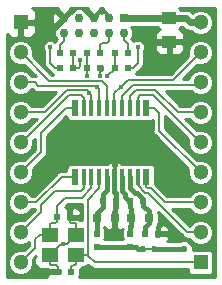
<source format=gtl>
G04 #@! TF.GenerationSoftware,KiCad,Pcbnew,5.0.1-33cea8e~68~ubuntu18.04.1*
G04 #@! TF.CreationDate,2018-11-10T11:16:57+01:00*
G04 #@! TF.ProjectId,LPC82X_JDH20,4C50433832585F4A444832302E6B6963,rev?*
G04 #@! TF.SameCoordinates,Original*
G04 #@! TF.FileFunction,Copper,L1,Top,Signal*
G04 #@! TF.FilePolarity,Positive*
%FSLAX46Y46*%
G04 Gerber Fmt 4.6, Leading zero omitted, Abs format (unit mm)*
G04 Created by KiCad (PCBNEW 5.0.1-33cea8e~68~ubuntu18.04.1) date za 10 nov 2018 11:16:57 CET*
%MOMM*%
%LPD*%
G01*
G04 APERTURE LIST*
G04 #@! TA.AperFunction,EtchedComponent*
%ADD10C,0.200000*%
G04 #@! TD*
G04 #@! TA.AperFunction,SMDPad,CuDef*
%ADD11R,1.250000X1.000000*%
G04 #@! TD*
G04 #@! TA.AperFunction,SMDPad,CuDef*
%ADD12R,0.600000X0.500000*%
G04 #@! TD*
G04 #@! TA.AperFunction,SMDPad,CuDef*
%ADD13R,0.800000X0.750000*%
G04 #@! TD*
G04 #@! TA.AperFunction,SMDPad,CuDef*
%ADD14R,0.500000X0.600000*%
G04 #@! TD*
G04 #@! TA.AperFunction,ComponentPad*
%ADD15R,1.300000X1.300000*%
G04 #@! TD*
G04 #@! TA.AperFunction,ComponentPad*
%ADD16C,1.300000*%
G04 #@! TD*
G04 #@! TA.AperFunction,ComponentPad*
%ADD17R,0.750000X0.750000*%
G04 #@! TD*
G04 #@! TA.AperFunction,ComponentPad*
%ADD18C,0.750000*%
G04 #@! TD*
G04 #@! TA.AperFunction,SMDPad,CuDef*
%ADD19R,0.600000X0.600000*%
G04 #@! TD*
G04 #@! TA.AperFunction,SMDPad,CuDef*
%ADD20R,0.400000X0.600000*%
G04 #@! TD*
G04 #@! TA.AperFunction,SMDPad,CuDef*
%ADD21R,1.400000X1.200000*%
G04 #@! TD*
G04 #@! TA.AperFunction,SMDPad,CuDef*
%ADD22R,0.400000X1.350000*%
G04 #@! TD*
G04 #@! TA.AperFunction,SMDPad,CuDef*
%ADD23R,0.600000X1.350000*%
G04 #@! TD*
G04 #@! TA.AperFunction,ViaPad*
%ADD24C,0.550000*%
G04 #@! TD*
G04 #@! TA.AperFunction,ViaPad*
%ADD25C,0.381000*%
G04 #@! TD*
G04 #@! TA.AperFunction,Conductor*
%ADD26C,0.600000*%
G04 #@! TD*
G04 #@! TA.AperFunction,Conductor*
%ADD27C,0.200000*%
G04 #@! TD*
G04 #@! TA.AperFunction,Conductor*
%ADD28C,0.400000*%
G04 #@! TD*
G04 #@! TA.AperFunction,Conductor*
%ADD29C,0.254000*%
G04 #@! TD*
G04 APERTURE END LIST*
D10*
G04 #@! TO.C,SJ1*
X138150000Y-110600000D02*
X137550000Y-110600000D01*
G04 #@! TD*
D11*
G04 #@! TO.P,C1,1*
G04 #@! TO.N,VSS*
X139600000Y-93100000D03*
G04 #@! TO.P,C1,2*
G04 #@! TO.N,VDD*
X139600000Y-91100000D03*
G04 #@! TD*
D12*
G04 #@! TO.P,C2,2*
G04 #@! TO.N,VSS*
X131150000Y-107950000D03*
G04 #@! TO.P,C2,1*
G04 #@! TO.N,/PIO0_9*
X130050000Y-107950000D03*
G04 #@! TD*
D13*
G04 #@! TO.P,C3,1*
G04 #@! TO.N,Net-(C3-Pad1)*
X133450000Y-108000000D03*
G04 #@! TO.P,C3,2*
G04 #@! TO.N,VSS*
X134950000Y-108000000D03*
G04 #@! TD*
G04 #@! TO.P,C4,2*
G04 #@! TO.N,Net-(C4-Pad2)*
X137850000Y-108000000D03*
G04 #@! TO.P,C4,1*
G04 #@! TO.N,Net-(C4-Pad1)*
X136350000Y-108000000D03*
G04 #@! TD*
D12*
G04 #@! TO.P,C5,1*
G04 #@! TO.N,/PIO0_8*
X131250000Y-112550000D03*
G04 #@! TO.P,C5,2*
G04 #@! TO.N,VSS*
X130150000Y-112550000D03*
G04 #@! TD*
G04 #@! TO.P,C6,2*
G04 #@! TO.N,VSS*
X135050000Y-106600000D03*
G04 #@! TO.P,C6,1*
G04 #@! TO.N,Net-(C3-Pad1)*
X133950000Y-106600000D03*
G04 #@! TD*
G04 #@! TO.P,C7,1*
G04 #@! TO.N,Net-(C4-Pad1)*
X136250000Y-106600000D03*
G04 #@! TO.P,C7,2*
G04 #@! TO.N,Net-(C4-Pad2)*
X137350000Y-106600000D03*
G04 #@! TD*
D14*
G04 #@! TO.P,FB1,1*
G04 #@! TO.N,Net-(C3-Pad1)*
X133450000Y-109350000D03*
G04 #@! TO.P,FB1,2*
G04 #@! TO.N,Net-(FB1-Pad2)*
X133450000Y-110450000D03*
G04 #@! TD*
G04 #@! TO.P,FB2,2*
G04 #@! TO.N,Net-(FB1-Pad2)*
X136300000Y-110450000D03*
G04 #@! TO.P,FB2,1*
G04 #@! TO.N,Net-(C4-Pad1)*
X136300000Y-109350000D03*
G04 #@! TD*
D12*
G04 #@! TO.P,FB3,1*
G04 #@! TO.N,Net-(C4-Pad2)*
X137500000Y-109350000D03*
G04 #@! TO.P,FB3,2*
G04 #@! TO.N,VSS*
X138600000Y-109350000D03*
G04 #@! TD*
D15*
G04 #@! TO.P,J1,1*
G04 #@! TO.N,VSS*
X127000000Y-91440000D03*
D16*
G04 #@! TO.P,J1,2*
G04 #@! TO.N,/PIO0_4*
X127000000Y-93980000D03*
G04 #@! TO.P,J1,3*
G04 #@! TO.N,/PIO0_3*
X127000000Y-96520000D03*
G04 #@! TO.P,J1,4*
G04 #@! TO.N,/PIO0_2*
X127000000Y-99060000D03*
G04 #@! TO.P,J1,5*
G04 #@! TO.N,/PIO0_11*
X127000000Y-101600000D03*
G04 #@! TO.P,J1,6*
G04 #@! TO.N,/PIO0_10*
X127000000Y-104140000D03*
G04 #@! TO.P,J1,7*
G04 #@! TO.N,/PIO0_15*
X127000000Y-106680000D03*
G04 #@! TO.P,J1,8*
G04 #@! TO.N,/PIO0_1*
X127000000Y-109220000D03*
G04 #@! TO.P,J1,9*
G04 #@! TO.N,/PIO0_9*
X127000000Y-111760000D03*
G04 #@! TD*
D17*
G04 #@! TO.P,J2,1*
G04 #@! TO.N,VDD*
X135740000Y-91065000D03*
D18*
G04 #@! TO.P,J2,2*
G04 #@! TO.N,Net-(J2-Pad2)*
X135740000Y-92335000D03*
G04 #@! TO.P,J2,3*
G04 #@! TO.N,VSS*
X134470000Y-91065000D03*
G04 #@! TO.P,J2,4*
G04 #@! TO.N,Net-(J2-Pad4)*
X134470000Y-92335000D03*
G04 #@! TO.P,J2,5*
G04 #@! TO.N,VSS*
X133200000Y-91065000D03*
G04 #@! TO.P,J2,6*
G04 #@! TO.N,N/C*
X133200000Y-92335000D03*
G04 #@! TO.P,J2,7*
X131930000Y-91065000D03*
G04 #@! TO.P,J2,8*
X131930000Y-92335000D03*
G04 #@! TO.P,J2,9*
G04 #@! TO.N,VSS*
X130660000Y-91065000D03*
G04 #@! TO.P,J2,10*
G04 #@! TO.N,Net-(J2-Pad10)*
X130660000Y-92335000D03*
G04 #@! TD*
D16*
G04 #@! TO.P,J3,9*
G04 #@! TO.N,VDD*
X142240000Y-91440000D03*
G04 #@! TO.P,J3,8*
G04 #@! TO.N,/RESET*
X142240000Y-93980000D03*
G04 #@! TO.P,J3,7*
G04 #@! TO.N,/PIO0_12*
X142240000Y-96520000D03*
G04 #@! TO.P,J3,6*
G04 #@! TO.N,/PIO0_13*
X142240000Y-99060000D03*
G04 #@! TO.P,J3,5*
G04 #@! TO.N,/PIO0_17*
X142240000Y-101600000D03*
G04 #@! TO.P,J3,4*
G04 #@! TO.N,/PIO0_23*
X142240000Y-104140000D03*
G04 #@! TO.P,J3,3*
G04 #@! TO.N,/PIO0_14*
X142240000Y-106680000D03*
G04 #@! TO.P,J3,2*
G04 #@! TO.N,/PIO0_0*
X142240000Y-109220000D03*
D15*
G04 #@! TO.P,J3,1*
G04 #@! TO.N,/PIO0_8*
X142240000Y-111760000D03*
G04 #@! TD*
D19*
G04 #@! TO.P,R1,2*
G04 #@! TO.N,/RESET*
X131450000Y-95300000D03*
G04 #@! TO.P,R1,1*
G04 #@! TO.N,VDD*
X130350000Y-95300000D03*
G04 #@! TD*
G04 #@! TO.P,R2,1*
G04 #@! TO.N,VDD*
X136050000Y-95300000D03*
G04 #@! TO.P,R2,2*
G04 #@! TO.N,/PIO0_2*
X134950000Y-95300000D03*
G04 #@! TD*
G04 #@! TO.P,R3,2*
G04 #@! TO.N,/PIO0_3*
X132650000Y-95300000D03*
G04 #@! TO.P,R3,1*
G04 #@! TO.N,VSS*
X133750000Y-95300000D03*
G04 #@! TD*
G04 #@! TO.P,R4,2*
G04 #@! TO.N,/PIO0_2*
X134950000Y-94000000D03*
G04 #@! TO.P,R4,1*
G04 #@! TO.N,Net-(J2-Pad2)*
X136050000Y-94000000D03*
G04 #@! TD*
G04 #@! TO.P,R5,1*
G04 #@! TO.N,Net-(J2-Pad4)*
X133750000Y-94000000D03*
G04 #@! TO.P,R5,2*
G04 #@! TO.N,/PIO0_3*
X132650000Y-94000000D03*
G04 #@! TD*
G04 #@! TO.P,R6,1*
G04 #@! TO.N,Net-(J2-Pad10)*
X130350000Y-94000000D03*
G04 #@! TO.P,R6,2*
G04 #@! TO.N,/RESET*
X131450000Y-94000000D03*
G04 #@! TD*
D20*
G04 #@! TO.P,SJ1,1*
G04 #@! TO.N,VDD*
X138300000Y-110600000D03*
G04 #@! TO.P,SJ1,2*
G04 #@! TO.N,Net-(FB1-Pad2)*
X137400000Y-110600000D03*
G04 #@! TD*
D21*
G04 #@! TO.P,Y1,1*
G04 #@! TO.N,/PIO0_9*
X129500000Y-109400000D03*
G04 #@! TO.P,Y1,2*
G04 #@! TO.N,VSS*
X131700000Y-109400000D03*
G04 #@! TO.P,Y1,3*
G04 #@! TO.N,/PIO0_8*
X131700000Y-111100000D03*
G04 #@! TO.P,Y1,4*
G04 #@! TO.N,VSS*
X129500000Y-111100000D03*
G04 #@! TD*
D22*
G04 #@! TO.P,U1,15*
G04 #@! TO.N,Net-(C3-Pad1)*
X134295000Y-104525000D03*
G04 #@! TO.P,U1,16*
G04 #@! TO.N,VSS*
X134945000Y-104525000D03*
G04 #@! TO.P,U1,17*
G04 #@! TO.N,Net-(C4-Pad1)*
X135595000Y-104525000D03*
G04 #@! TO.P,U1,18*
G04 #@! TO.N,Net-(C4-Pad2)*
X136245000Y-104525000D03*
G04 #@! TO.P,U1,19*
G04 #@! TO.N,/PIO0_0*
X136895000Y-104525000D03*
D23*
G04 #@! TO.P,U1,20*
G04 #@! TO.N,/PIO0_14*
X137645000Y-104525000D03*
D22*
G04 #@! TO.P,U1,14*
G04 #@! TO.N,/PIO0_8*
X133645000Y-104525000D03*
G04 #@! TO.P,U1,13*
G04 #@! TO.N,/PIO0_9*
X132995000Y-104525000D03*
G04 #@! TO.P,U1,12*
G04 #@! TO.N,/PIO0_1*
X132345000Y-104525000D03*
D23*
G04 #@! TO.P,U1,11*
G04 #@! TO.N,/PIO0_15*
X131595000Y-104525000D03*
D22*
G04 #@! TO.P,U1,5*
G04 #@! TO.N,/RESET*
X134945000Y-98675000D03*
G04 #@! TO.P,U1,4*
G04 #@! TO.N,/PIO0_12*
X135595000Y-98675000D03*
G04 #@! TO.P,U1,3*
G04 #@! TO.N,/PIO0_13*
X136245000Y-98675000D03*
G04 #@! TO.P,U1,2*
G04 #@! TO.N,/PIO0_17*
X136895000Y-98675000D03*
D23*
G04 #@! TO.P,U1,1*
G04 #@! TO.N,/PIO0_23*
X137645000Y-98675000D03*
D22*
G04 #@! TO.P,U1,6*
G04 #@! TO.N,/PIO0_4*
X134295000Y-98675000D03*
G04 #@! TO.P,U1,7*
G04 #@! TO.N,/PIO0_3*
X133645000Y-98675000D03*
G04 #@! TO.P,U1,8*
G04 #@! TO.N,/PIO0_2*
X132995000Y-98675000D03*
G04 #@! TO.P,U1,9*
G04 #@! TO.N,/PIO0_11*
X132345000Y-98675000D03*
D23*
G04 #@! TO.P,U1,10*
G04 #@! TO.N,/PIO0_10*
X131595000Y-98675000D03*
G04 #@! TD*
D24*
G04 #@! TO.N,VSS*
X138500000Y-93100000D03*
D25*
X133750000Y-95950000D03*
X130600000Y-110200000D03*
D24*
X134950000Y-108750000D03*
X138800000Y-108600000D03*
G04 #@! TO.N,VDD*
X140850000Y-110600000D03*
X137900000Y-91100000D03*
D25*
X129500000Y-93550000D03*
X136900000Y-93550000D03*
G04 #@! TO.N,/PIO0_3*
X132650000Y-95950000D03*
X133500000Y-96900000D03*
G04 #@! TO.N,/PIO0_2*
X134350000Y-95950000D03*
X132800000Y-97400000D03*
G04 #@! TO.N,/RESET*
X132050000Y-94650000D03*
X135500000Y-96900000D03*
G04 #@! TD*
D26*
G04 #@! TO.N,VSS*
X139600000Y-93100000D02*
X138500000Y-93100000D01*
D27*
X133750000Y-95300000D02*
X133750000Y-95950000D01*
X131150000Y-107950000D02*
X131150000Y-108300000D01*
X131150000Y-108300000D02*
X131300000Y-108450000D01*
X131300000Y-108450000D02*
X131600000Y-108450000D01*
X131700000Y-108550000D02*
X131700000Y-109400000D01*
X131600000Y-108450000D02*
X131700000Y-108550000D01*
X130900000Y-110200000D02*
X131700000Y-109400000D01*
X130600000Y-110200000D02*
X130900000Y-110200000D01*
X130400000Y-110200000D02*
X129500000Y-111100000D01*
X130600000Y-110200000D02*
X130400000Y-110200000D01*
X130150000Y-112550000D02*
X130150000Y-112150000D01*
X130150000Y-112150000D02*
X130000000Y-112000000D01*
X130000000Y-112000000D02*
X129600000Y-112000000D01*
X129500000Y-111900000D02*
X129500000Y-111100000D01*
X129600000Y-112000000D02*
X129500000Y-111900000D01*
D28*
X134945000Y-104525000D02*
X134945000Y-105795000D01*
X135050000Y-105900000D02*
X135050000Y-106600000D01*
X134945000Y-105795000D02*
X135050000Y-105900000D01*
X135050000Y-106600000D02*
X135050000Y-107050000D01*
X134950000Y-107150000D02*
X134950000Y-108000000D01*
X135050000Y-107050000D02*
X134950000Y-107150000D01*
X134950000Y-108000000D02*
X134950000Y-108750000D01*
X138600000Y-109350000D02*
X138600000Y-108800000D01*
X138600000Y-108800000D02*
X138800000Y-108600000D01*
D26*
G04 #@! TO.N,VDD*
X142240000Y-91440000D02*
X141340000Y-91440000D01*
X141000000Y-91100000D02*
X139600000Y-91100000D01*
X141340000Y-91440000D02*
X141000000Y-91100000D01*
X135740000Y-91065000D02*
X136365000Y-91065000D01*
X136365000Y-91065000D02*
X136400000Y-91100000D01*
D28*
X138300000Y-110600000D02*
X139600000Y-110600000D01*
X139600000Y-110600000D02*
X140850000Y-110600000D01*
D26*
X136400000Y-91100000D02*
X137900000Y-91100000D01*
X137900000Y-91100000D02*
X139600000Y-91100000D01*
D27*
X130350000Y-95300000D02*
X129900000Y-95300000D01*
X129900000Y-95300000D02*
X129500000Y-94900000D01*
X129500000Y-94900000D02*
X129500000Y-93550000D01*
X136050000Y-95300000D02*
X136500000Y-95300000D01*
X136500000Y-95300000D02*
X136900000Y-94900000D01*
X136900000Y-94900000D02*
X136900000Y-93550000D01*
G04 #@! TO.N,/PIO0_9*
X129600000Y-108450000D02*
X129500000Y-108550000D01*
X129900000Y-108450000D02*
X129600000Y-108450000D01*
X129500000Y-108550000D02*
X129500000Y-109400000D01*
X130050000Y-107950000D02*
X130050000Y-108300000D01*
X130050000Y-108300000D02*
X129900000Y-108450000D01*
X130050000Y-107000000D02*
X130050000Y-107950000D01*
X130750000Y-106300000D02*
X130050000Y-107000000D01*
X132200000Y-106300000D02*
X130750000Y-106300000D01*
X132995000Y-104525000D02*
X132995000Y-105505000D01*
X132995000Y-105505000D02*
X132200000Y-106300000D01*
X129500000Y-109400000D02*
X128600000Y-109400000D01*
X128600000Y-109400000D02*
X128200000Y-109800000D01*
X128200000Y-110560000D02*
X127000000Y-111760000D01*
X128200000Y-109800000D02*
X128200000Y-110560000D01*
D28*
G04 #@! TO.N,Net-(C3-Pad1)*
X134295000Y-104525000D02*
X134295000Y-105645000D01*
X133950000Y-105990000D02*
X133950000Y-106600000D01*
X134295000Y-105645000D02*
X133950000Y-105990000D01*
X133950000Y-106600000D02*
X133950000Y-107050000D01*
X133450000Y-107550000D02*
X133450000Y-108000000D01*
X133950000Y-107050000D02*
X133450000Y-107550000D01*
X133450000Y-109350000D02*
X133450000Y-108000000D01*
G04 #@! TO.N,Net-(C4-Pad2)*
X136245000Y-104525000D02*
X136245000Y-105495000D01*
X136245000Y-105495000D02*
X136650000Y-105900000D01*
X136650000Y-105900000D02*
X136850000Y-105900000D01*
X137350000Y-106400000D02*
X137350000Y-106600000D01*
X136850000Y-105900000D02*
X137350000Y-106400000D01*
X137350000Y-106600000D02*
X137350000Y-106950000D01*
X137850000Y-107450000D02*
X137850000Y-108000000D01*
X137350000Y-106950000D02*
X137850000Y-107450000D01*
X137850000Y-108000000D02*
X137850000Y-108450000D01*
X137500000Y-108800000D02*
X137500000Y-109350000D01*
X137850000Y-108450000D02*
X137500000Y-108800000D01*
G04 #@! TO.N,Net-(C4-Pad1)*
X135595000Y-104525000D02*
X135595000Y-105695000D01*
X135595000Y-105695000D02*
X135850000Y-105950000D01*
X135850000Y-106200000D02*
X136250000Y-106600000D01*
X135850000Y-105950000D02*
X135850000Y-106200000D01*
X136250000Y-106600000D02*
X136250000Y-107100000D01*
X136350000Y-107200000D02*
X136350000Y-108000000D01*
X136250000Y-107100000D02*
X136350000Y-107200000D01*
X136350000Y-108000000D02*
X136350000Y-108650000D01*
X136300000Y-108700000D02*
X136300000Y-109350000D01*
X136350000Y-108650000D02*
X136300000Y-108700000D01*
D27*
G04 #@! TO.N,/PIO0_8*
X133645000Y-104525000D02*
X133645000Y-105505000D01*
X133645000Y-105505000D02*
X132700000Y-106450000D01*
X132650000Y-111100000D02*
X132700000Y-111150000D01*
X131700000Y-111100000D02*
X132650000Y-111100000D01*
X132700000Y-106450000D02*
X132700000Y-111150000D01*
X131250000Y-112550000D02*
X131250000Y-112150000D01*
X131250000Y-112150000D02*
X131400000Y-112000000D01*
X131400000Y-112000000D02*
X131600000Y-112000000D01*
X131700000Y-111900000D02*
X131700000Y-111100000D01*
X131600000Y-112000000D02*
X131700000Y-111900000D01*
X132700000Y-111200000D02*
X132700000Y-111150000D01*
X142240000Y-111760000D02*
X133260000Y-111760000D01*
X133260000Y-111760000D02*
X132700000Y-111200000D01*
D28*
G04 #@! TO.N,Net-(FB1-Pad2)*
X133450000Y-110450000D02*
X136300000Y-110450000D01*
X136300000Y-110450000D02*
X136750000Y-110450000D01*
X136900000Y-110600000D02*
X137400000Y-110600000D01*
X136750000Y-110450000D02*
X136900000Y-110600000D01*
D27*
G04 #@! TO.N,/PIO0_4*
X134295000Y-98675000D02*
X134295000Y-96795000D01*
X134295000Y-96795000D02*
X133900000Y-96400000D01*
X129420000Y-96400000D02*
X127000000Y-93980000D01*
X133900000Y-96400000D02*
X129420000Y-96400000D01*
G04 #@! TO.N,/PIO0_3*
X132650000Y-94000000D02*
X132650000Y-95300000D01*
X132650000Y-95300000D02*
X132650000Y-95950000D01*
X128500000Y-96800000D02*
X128220000Y-96520000D01*
X133400000Y-96800000D02*
X128500000Y-96800000D01*
X133500000Y-96900000D02*
X133400000Y-96800000D01*
X128220000Y-96520000D02*
X127000000Y-96520000D01*
X133645000Y-97045000D02*
X133645000Y-98675000D01*
X133500000Y-96900000D02*
X133645000Y-97045000D01*
G04 #@! TO.N,/PIO0_2*
X134950000Y-94000000D02*
X134950000Y-95300000D01*
X132995000Y-98675000D02*
X132995000Y-97595000D01*
X132600000Y-97200000D02*
X130900000Y-97200000D01*
X129040000Y-99060000D02*
X127000000Y-99060000D01*
X130900000Y-97200000D02*
X129040000Y-99060000D01*
X134950000Y-95300000D02*
X134950000Y-95350000D01*
X134950000Y-95350000D02*
X134350000Y-95950000D01*
X132995000Y-97595000D02*
X132800000Y-97400000D01*
X132800000Y-97400000D02*
X132600000Y-97200000D01*
G04 #@! TO.N,/PIO0_11*
X132345000Y-98675000D02*
X132345000Y-97845000D01*
X132345000Y-97845000D02*
X132100000Y-97600000D01*
X132100000Y-97600000D02*
X131100000Y-97600000D01*
X127100000Y-101600000D02*
X127000000Y-101600000D01*
X131100000Y-97600000D02*
X127100000Y-101600000D01*
G04 #@! TO.N,/PIO0_10*
X131595000Y-98675000D02*
X130825000Y-98675000D01*
X130825000Y-98675000D02*
X128700000Y-100800000D01*
X128700000Y-102440000D02*
X127000000Y-104140000D01*
X128700000Y-100800000D02*
X128700000Y-102440000D01*
G04 #@! TO.N,/PIO0_15*
X128320000Y-106680000D02*
X127000000Y-106680000D01*
X130475000Y-104525000D02*
X128320000Y-106680000D01*
X130475000Y-104525000D02*
X131595000Y-104525000D01*
G04 #@! TO.N,/PIO0_1*
X132345000Y-104525000D02*
X132345000Y-105455000D01*
X132345000Y-105455000D02*
X132100000Y-105700000D01*
X132100000Y-105700000D02*
X129900000Y-105700000D01*
X129900000Y-105700000D02*
X128700000Y-106900000D01*
X128700000Y-107520000D02*
X127000000Y-109220000D01*
X128700000Y-106900000D02*
X128700000Y-107520000D01*
G04 #@! TO.N,Net-(J2-Pad2)*
X135740000Y-92335000D02*
X135740000Y-92940000D01*
X136050000Y-93250000D02*
X136050000Y-94000000D01*
X135740000Y-92940000D02*
X136050000Y-93250000D01*
G04 #@! TO.N,Net-(J2-Pad4)*
X134470000Y-92335000D02*
X134470000Y-93030000D01*
X134470000Y-93030000D02*
X134300000Y-93200000D01*
X134300000Y-93200000D02*
X133900000Y-93200000D01*
X133750000Y-93350000D02*
X133750000Y-94000000D01*
X133900000Y-93200000D02*
X133750000Y-93350000D01*
G04 #@! TO.N,Net-(J2-Pad10)*
X130660000Y-92335000D02*
X130660000Y-93040000D01*
X130350000Y-93350000D02*
X130350000Y-94000000D01*
X130660000Y-93040000D02*
X130350000Y-93350000D01*
G04 #@! TO.N,/RESET*
X131450000Y-94000000D02*
X131450000Y-95300000D01*
X134945000Y-98675000D02*
X134945000Y-97455000D01*
X139920000Y-96300000D02*
X142240000Y-93980000D01*
X136100000Y-96300000D02*
X139920000Y-96300000D01*
X131450000Y-95300000D02*
X131900000Y-95300000D01*
X131900000Y-95300000D02*
X132050000Y-95150000D01*
X132050000Y-95150000D02*
X132050000Y-94650000D01*
X134945000Y-97455000D02*
X135500000Y-96900000D01*
X135500000Y-96900000D02*
X136100000Y-96300000D01*
G04 #@! TO.N,/PIO0_12*
X135595000Y-98675000D02*
X135595000Y-97705000D01*
X135595000Y-97705000D02*
X136550000Y-96750000D01*
X142010000Y-96750000D02*
X142240000Y-96520000D01*
X136550000Y-96750000D02*
X142010000Y-96750000D01*
G04 #@! TO.N,/PIO0_13*
X136245000Y-98675000D02*
X136245000Y-97655000D01*
X136245000Y-97655000D02*
X136750000Y-97150000D01*
X136750000Y-97150000D02*
X138400000Y-97150000D01*
X140310000Y-99060000D02*
X142240000Y-99060000D01*
X138400000Y-97150000D02*
X140310000Y-99060000D01*
G04 #@! TO.N,/PIO0_17*
X142200000Y-101600000D02*
X142240000Y-101600000D01*
X138200000Y-97600000D02*
X142200000Y-101600000D01*
X136895000Y-98675000D02*
X136895000Y-97805000D01*
X137100000Y-97600000D02*
X138200000Y-97600000D01*
X136895000Y-97805000D02*
X137100000Y-97600000D01*
G04 #@! TO.N,/PIO0_23*
X138700000Y-100600000D02*
X142240000Y-104140000D01*
X138700000Y-99100000D02*
X138700000Y-100600000D01*
X137645000Y-98675000D02*
X138275000Y-98675000D01*
X138275000Y-98675000D02*
X138700000Y-99100000D01*
G04 #@! TO.N,/PIO0_14*
X137645000Y-104525000D02*
X137645000Y-105345000D01*
X137645000Y-105345000D02*
X137800000Y-105500000D01*
X137800000Y-105500000D02*
X138000000Y-105500000D01*
X139180000Y-106680000D02*
X142240000Y-106680000D01*
X138000000Y-105500000D02*
X139180000Y-106680000D01*
G04 #@! TO.N,/PIO0_0*
X136895000Y-104525000D02*
X136895000Y-105245000D01*
X136895000Y-105245000D02*
X137550000Y-105900000D01*
X137550000Y-105900000D02*
X137800000Y-105900000D01*
X141120000Y-109220000D02*
X142240000Y-109220000D01*
X137800000Y-105900000D02*
X141120000Y-109220000D01*
G04 #@! TD*
D29*
G04 #@! TO.N,VSS*
G36*
X130140468Y-90365863D02*
X130660000Y-90885395D01*
X131179532Y-90365863D01*
X131164700Y-90227000D01*
X132695300Y-90227000D01*
X132680468Y-90365863D01*
X133200000Y-90885395D01*
X133719532Y-90365863D01*
X133704700Y-90227000D01*
X133965300Y-90227000D01*
X133950468Y-90365863D01*
X134470000Y-90885395D01*
X134484143Y-90871253D01*
X134663748Y-91050858D01*
X134649605Y-91065000D01*
X134663748Y-91079143D01*
X134484143Y-91258748D01*
X134470000Y-91244605D01*
X134455858Y-91258748D01*
X134276253Y-91079143D01*
X134290395Y-91065000D01*
X134206512Y-90981117D01*
X134189477Y-90779699D01*
X134101404Y-90567072D01*
X133899137Y-90545468D01*
X133835000Y-90609605D01*
X133770863Y-90545468D01*
X133568596Y-90567072D01*
X133446662Y-90949927D01*
X133450406Y-90994199D01*
X133379605Y-91065000D01*
X133393748Y-91079143D01*
X133214143Y-91258748D01*
X133200000Y-91244605D01*
X133185858Y-91258748D01*
X133006253Y-91079143D01*
X133020395Y-91065000D01*
X132640877Y-90685482D01*
X132609903Y-90610704D01*
X132384296Y-90385097D01*
X132089528Y-90263000D01*
X131770472Y-90263000D01*
X131475704Y-90385097D01*
X131250097Y-90610704D01*
X131219123Y-90685482D01*
X130839605Y-91065000D01*
X130853748Y-91079143D01*
X130674143Y-91258748D01*
X130660000Y-91244605D01*
X130280482Y-91624123D01*
X130205704Y-91655097D01*
X129980097Y-91880704D01*
X129858000Y-92175472D01*
X129858000Y-92494528D01*
X129980097Y-92789296D01*
X130072756Y-92881955D01*
X130014055Y-92940655D01*
X129970055Y-92970055D01*
X129899270Y-93075992D01*
X129849786Y-93026508D01*
X129622828Y-92932500D01*
X129377172Y-92932500D01*
X129150214Y-93026508D01*
X128976508Y-93200214D01*
X128882500Y-93427172D01*
X128882500Y-93672828D01*
X128973001Y-93891319D01*
X128973000Y-94848102D01*
X128962677Y-94900000D01*
X128973000Y-94951898D01*
X128973000Y-94951902D01*
X129003577Y-95105624D01*
X129120055Y-95279945D01*
X129164055Y-95309345D01*
X129490655Y-95635945D01*
X129520055Y-95679945D01*
X129647472Y-95765083D01*
X129647775Y-95766607D01*
X129718864Y-95873000D01*
X129638291Y-95873000D01*
X128042591Y-94277300D01*
X128077000Y-94194229D01*
X128077000Y-93765771D01*
X127913037Y-93369928D01*
X127610072Y-93066963D01*
X127214229Y-92903000D01*
X126785771Y-92903000D01*
X126389928Y-93066963D01*
X126086963Y-93369928D01*
X125923000Y-93765771D01*
X125923000Y-94194229D01*
X126086963Y-94590072D01*
X126389928Y-94893037D01*
X126785771Y-95057000D01*
X127214229Y-95057000D01*
X127297300Y-95022591D01*
X128266669Y-95991960D01*
X128220000Y-95982677D01*
X128168102Y-95993000D01*
X127947446Y-95993000D01*
X127913037Y-95909928D01*
X127610072Y-95606963D01*
X127214229Y-95443000D01*
X126785771Y-95443000D01*
X126389928Y-95606963D01*
X126086963Y-95909928D01*
X125923000Y-96305771D01*
X125923000Y-96734229D01*
X126086963Y-97130072D01*
X126389928Y-97433037D01*
X126785771Y-97597000D01*
X127214229Y-97597000D01*
X127610072Y-97433037D01*
X127913037Y-97130072D01*
X127947446Y-97047000D01*
X128001710Y-97047000D01*
X128090654Y-97135944D01*
X128120055Y-97179945D01*
X128164055Y-97209345D01*
X128164056Y-97209346D01*
X128294374Y-97296423D01*
X128326387Y-97302791D01*
X128448097Y-97327000D01*
X128448101Y-97327000D01*
X128500000Y-97337323D01*
X128551899Y-97327000D01*
X130027709Y-97327000D01*
X128821710Y-98533000D01*
X127947446Y-98533000D01*
X127913037Y-98449928D01*
X127610072Y-98146963D01*
X127214229Y-97983000D01*
X126785771Y-97983000D01*
X126389928Y-98146963D01*
X126086963Y-98449928D01*
X125923000Y-98845771D01*
X125923000Y-99274229D01*
X126086963Y-99670072D01*
X126389928Y-99973037D01*
X126785771Y-100137000D01*
X127214229Y-100137000D01*
X127610072Y-99973037D01*
X127913037Y-99670072D01*
X127947446Y-99587000D01*
X128367710Y-99587000D01*
X127368011Y-100586699D01*
X127214229Y-100523000D01*
X126785771Y-100523000D01*
X126389928Y-100686963D01*
X126086963Y-100989928D01*
X125923000Y-101385771D01*
X125923000Y-101814229D01*
X126086963Y-102210072D01*
X126389928Y-102513037D01*
X126785771Y-102677000D01*
X127214229Y-102677000D01*
X127610072Y-102513037D01*
X127913037Y-102210072D01*
X128077000Y-101814229D01*
X128077000Y-101385771D01*
X128071880Y-101373410D01*
X128173000Y-101272290D01*
X128173001Y-102221708D01*
X127297300Y-103097409D01*
X127214229Y-103063000D01*
X126785771Y-103063000D01*
X126389928Y-103226963D01*
X126086963Y-103529928D01*
X125923000Y-103925771D01*
X125923000Y-104354229D01*
X126086963Y-104750072D01*
X126389928Y-105053037D01*
X126785771Y-105217000D01*
X127214229Y-105217000D01*
X127610072Y-105053037D01*
X127913037Y-104750072D01*
X128077000Y-104354229D01*
X128077000Y-103925771D01*
X128042591Y-103842700D01*
X129035947Y-102849343D01*
X129079945Y-102819945D01*
X129109343Y-102775948D01*
X129109346Y-102775945D01*
X129196422Y-102645626D01*
X129196423Y-102645625D01*
X129227000Y-102491903D01*
X129227000Y-102491899D01*
X129237323Y-102440001D01*
X129227000Y-102388103D01*
X129227000Y-101018290D01*
X130865551Y-99379740D01*
X130892775Y-99516607D01*
X130987150Y-99657850D01*
X131128393Y-99752225D01*
X131295000Y-99785365D01*
X131895000Y-99785365D01*
X132020000Y-99760501D01*
X132145000Y-99785365D01*
X132545000Y-99785365D01*
X132670000Y-99760501D01*
X132795000Y-99785365D01*
X133195000Y-99785365D01*
X133320000Y-99760501D01*
X133445000Y-99785365D01*
X133845000Y-99785365D01*
X133970000Y-99760501D01*
X134095000Y-99785365D01*
X134495000Y-99785365D01*
X134620000Y-99760501D01*
X134745000Y-99785365D01*
X135145000Y-99785365D01*
X135270000Y-99760501D01*
X135395000Y-99785365D01*
X135795000Y-99785365D01*
X135920000Y-99760501D01*
X136045000Y-99785365D01*
X136445000Y-99785365D01*
X136570000Y-99760501D01*
X136695000Y-99785365D01*
X137095000Y-99785365D01*
X137220000Y-99760501D01*
X137345000Y-99785365D01*
X137945000Y-99785365D01*
X138111607Y-99752225D01*
X138173000Y-99711203D01*
X138173001Y-100548098D01*
X138162677Y-100600000D01*
X138203578Y-100805625D01*
X138290654Y-100935944D01*
X138290658Y-100935948D01*
X138320056Y-100979945D01*
X138364053Y-101009343D01*
X141197409Y-103842700D01*
X141163000Y-103925771D01*
X141163000Y-104354229D01*
X141326963Y-104750072D01*
X141629928Y-105053037D01*
X142025771Y-105217000D01*
X142454229Y-105217000D01*
X142850072Y-105053037D01*
X143153037Y-104750072D01*
X143317000Y-104354229D01*
X143317000Y-103925771D01*
X143153037Y-103529928D01*
X142850072Y-103226963D01*
X142454229Y-103063000D01*
X142025771Y-103063000D01*
X141942700Y-103097409D01*
X139227000Y-100381710D01*
X139227000Y-99372290D01*
X141185693Y-101330984D01*
X141163000Y-101385771D01*
X141163000Y-101814229D01*
X141326963Y-102210072D01*
X141629928Y-102513037D01*
X142025771Y-102677000D01*
X142454229Y-102677000D01*
X142850072Y-102513037D01*
X143153037Y-102210072D01*
X143317000Y-101814229D01*
X143317000Y-101385771D01*
X143153037Y-100989928D01*
X142850072Y-100686963D01*
X142454229Y-100523000D01*
X142025771Y-100523000D01*
X141914416Y-100569125D01*
X140932291Y-99587000D01*
X141292554Y-99587000D01*
X141326963Y-99670072D01*
X141629928Y-99973037D01*
X142025771Y-100137000D01*
X142454229Y-100137000D01*
X142850072Y-99973037D01*
X143153037Y-99670072D01*
X143317000Y-99274229D01*
X143317000Y-98845771D01*
X143153037Y-98449928D01*
X142850072Y-98146963D01*
X142454229Y-97983000D01*
X142025771Y-97983000D01*
X141629928Y-98146963D01*
X141326963Y-98449928D01*
X141292554Y-98533000D01*
X140528291Y-98533000D01*
X139272290Y-97277000D01*
X141473891Y-97277000D01*
X141629928Y-97433037D01*
X142025771Y-97597000D01*
X142454229Y-97597000D01*
X142850072Y-97433037D01*
X143153037Y-97130072D01*
X143317000Y-96734229D01*
X143317000Y-96305771D01*
X143153037Y-95909928D01*
X142850072Y-95606963D01*
X142454229Y-95443000D01*
X142025771Y-95443000D01*
X141629928Y-95606963D01*
X141326963Y-95909928D01*
X141197285Y-96223000D01*
X140742290Y-96223000D01*
X141942699Y-95022591D01*
X142025771Y-95057000D01*
X142454229Y-95057000D01*
X142850072Y-94893037D01*
X143153037Y-94590072D01*
X143317000Y-94194229D01*
X143317000Y-93765771D01*
X143153037Y-93369928D01*
X142850072Y-93066963D01*
X142454229Y-92903000D01*
X142025771Y-92903000D01*
X141629928Y-93066963D01*
X141326963Y-93369928D01*
X141163000Y-93765771D01*
X141163000Y-94194229D01*
X141197409Y-94277301D01*
X139701710Y-95773000D01*
X136747953Y-95773000D01*
X136752225Y-95766607D01*
X136752528Y-95765083D01*
X136879945Y-95679945D01*
X136909345Y-95635945D01*
X137235945Y-95309345D01*
X137279945Y-95279945D01*
X137396423Y-95105625D01*
X137427000Y-94951903D01*
X137427000Y-94951899D01*
X137437323Y-94900001D01*
X137427000Y-94848103D01*
X137427000Y-93891317D01*
X137517500Y-93672828D01*
X137517500Y-93427172D01*
X137500343Y-93385750D01*
X138340000Y-93385750D01*
X138340000Y-93726309D01*
X138436673Y-93959698D01*
X138615301Y-94138327D01*
X138848690Y-94235000D01*
X139314250Y-94235000D01*
X139473000Y-94076250D01*
X139473000Y-93227000D01*
X139727000Y-93227000D01*
X139727000Y-94076250D01*
X139885750Y-94235000D01*
X140351310Y-94235000D01*
X140584699Y-94138327D01*
X140763327Y-93959698D01*
X140860000Y-93726309D01*
X140860000Y-93385750D01*
X140701250Y-93227000D01*
X139727000Y-93227000D01*
X139473000Y-93227000D01*
X138498750Y-93227000D01*
X138340000Y-93385750D01*
X137500343Y-93385750D01*
X137423492Y-93200214D01*
X137249786Y-93026508D01*
X137022828Y-92932500D01*
X136777172Y-92932500D01*
X136550214Y-93026508D01*
X136540785Y-93035937D01*
X136429945Y-92870055D01*
X136385945Y-92840655D01*
X136377245Y-92831955D01*
X136419903Y-92789296D01*
X136542000Y-92494528D01*
X136542000Y-92175472D01*
X136419903Y-91880704D01*
X136375583Y-91836384D01*
X136399999Y-91841241D01*
X136471593Y-91827000D01*
X138613128Y-91827000D01*
X138667150Y-91907850D01*
X138789423Y-91989549D01*
X138615301Y-92061673D01*
X138436673Y-92240302D01*
X138340000Y-92473691D01*
X138340000Y-92814250D01*
X138498750Y-92973000D01*
X139473000Y-92973000D01*
X139473000Y-92953000D01*
X139727000Y-92953000D01*
X139727000Y-92973000D01*
X140701250Y-92973000D01*
X140860000Y-92814250D01*
X140860000Y-92473691D01*
X140763327Y-92240302D01*
X140584699Y-92061673D01*
X140410577Y-91989549D01*
X140532850Y-91907850D01*
X140586872Y-91827000D01*
X140698867Y-91827000D01*
X140775305Y-91903438D01*
X140815863Y-91964137D01*
X141056339Y-92124818D01*
X141268401Y-92167000D01*
X141268405Y-92167000D01*
X141340000Y-92181241D01*
X141411595Y-92167000D01*
X141443891Y-92167000D01*
X141629928Y-92353037D01*
X142025771Y-92517000D01*
X142454229Y-92517000D01*
X142850072Y-92353037D01*
X143153037Y-92050072D01*
X143317000Y-91654229D01*
X143317000Y-91225771D01*
X143153037Y-90829928D01*
X142850072Y-90526963D01*
X142454229Y-90363000D01*
X142025771Y-90363000D01*
X141629928Y-90526963D01*
X141546924Y-90609967D01*
X141524137Y-90575863D01*
X141283661Y-90415182D01*
X141071599Y-90373000D01*
X141071595Y-90373000D01*
X141000000Y-90358759D01*
X140928405Y-90373000D01*
X140586872Y-90373000D01*
X140532850Y-90292150D01*
X140435346Y-90227000D01*
X143473000Y-90227000D01*
X143473001Y-112973000D01*
X131947953Y-112973000D01*
X131952225Y-112966607D01*
X131985365Y-112800000D01*
X131985365Y-112371833D01*
X132009346Y-112335943D01*
X132035943Y-112309346D01*
X132079945Y-112279945D01*
X132176551Y-112135365D01*
X132400000Y-112135365D01*
X132566607Y-112102225D01*
X132707850Y-112007850D01*
X132729763Y-111975054D01*
X132850656Y-112095947D01*
X132880055Y-112139945D01*
X132924052Y-112169343D01*
X132924055Y-112169346D01*
X133054374Y-112256422D01*
X133054375Y-112256423D01*
X133208097Y-112287000D01*
X133208101Y-112287000D01*
X133260000Y-112297323D01*
X133311899Y-112287000D01*
X141154635Y-112287000D01*
X141154635Y-112410000D01*
X141187775Y-112576607D01*
X141282150Y-112717850D01*
X141423393Y-112812225D01*
X141590000Y-112845365D01*
X142890000Y-112845365D01*
X143056607Y-112812225D01*
X143197850Y-112717850D01*
X143292225Y-112576607D01*
X143325365Y-112410000D01*
X143325365Y-111110000D01*
X143292225Y-110943393D01*
X143197850Y-110802150D01*
X143056607Y-110707775D01*
X142890000Y-110674635D01*
X141590000Y-110674635D01*
X141552000Y-110682194D01*
X141552000Y-110460364D01*
X141445127Y-110202349D01*
X141247651Y-110004873D01*
X140989636Y-109898000D01*
X140710364Y-109898000D01*
X140529297Y-109973000D01*
X139425026Y-109973000D01*
X139438327Y-109959699D01*
X139535000Y-109726310D01*
X139535000Y-109633750D01*
X139376250Y-109475000D01*
X138727000Y-109475000D01*
X138727000Y-109497000D01*
X138473000Y-109497000D01*
X138473000Y-109475000D01*
X138453000Y-109475000D01*
X138453000Y-109225000D01*
X138473000Y-109225000D01*
X138473000Y-109203000D01*
X138727000Y-109203000D01*
X138727000Y-109225000D01*
X139376250Y-109225000D01*
X139535000Y-109066250D01*
X139535000Y-108973690D01*
X139438327Y-108740301D01*
X139259698Y-108561673D01*
X139026309Y-108465000D01*
X138885750Y-108465000D01*
X138727002Y-108623748D01*
X138727002Y-108465000D01*
X138667463Y-108465000D01*
X138685365Y-108375000D01*
X138685365Y-107625000D01*
X138661939Y-107507230D01*
X140710657Y-109555948D01*
X140740055Y-109599945D01*
X140784052Y-109629343D01*
X140784055Y-109629346D01*
X140868470Y-109685750D01*
X140914375Y-109716423D01*
X141068097Y-109747000D01*
X141068101Y-109747000D01*
X141119999Y-109757323D01*
X141171897Y-109747000D01*
X141292554Y-109747000D01*
X141326963Y-109830072D01*
X141629928Y-110133037D01*
X142025771Y-110297000D01*
X142454229Y-110297000D01*
X142850072Y-110133037D01*
X143153037Y-109830072D01*
X143317000Y-109434229D01*
X143317000Y-109005771D01*
X143153037Y-108609928D01*
X142850072Y-108306963D01*
X142454229Y-108143000D01*
X142025771Y-108143000D01*
X141629928Y-108306963D01*
X141326963Y-108609928D01*
X141305950Y-108660659D01*
X139852291Y-107207000D01*
X141292554Y-107207000D01*
X141326963Y-107290072D01*
X141629928Y-107593037D01*
X142025771Y-107757000D01*
X142454229Y-107757000D01*
X142850072Y-107593037D01*
X143153037Y-107290072D01*
X143317000Y-106894229D01*
X143317000Y-106465771D01*
X143153037Y-106069928D01*
X142850072Y-105766963D01*
X142454229Y-105603000D01*
X142025771Y-105603000D01*
X141629928Y-105766963D01*
X141326963Y-106069928D01*
X141292554Y-106153000D01*
X139398291Y-106153000D01*
X138409345Y-105164055D01*
X138380365Y-105120684D01*
X138380365Y-103850000D01*
X138347225Y-103683393D01*
X138252850Y-103542150D01*
X138111607Y-103447775D01*
X137945000Y-103414635D01*
X137345000Y-103414635D01*
X137220000Y-103439499D01*
X137095000Y-103414635D01*
X136695000Y-103414635D01*
X136570000Y-103439499D01*
X136445000Y-103414635D01*
X136045000Y-103414635D01*
X135920000Y-103439499D01*
X135795000Y-103414635D01*
X135607661Y-103414635D01*
X135504698Y-103311673D01*
X135271309Y-103215000D01*
X135203750Y-103215000D01*
X135045000Y-103373750D01*
X135045000Y-103605232D01*
X134992775Y-103683393D01*
X134959635Y-103850000D01*
X134959635Y-105200000D01*
X134968001Y-105242057D01*
X134968001Y-105633249D01*
X134955718Y-105695000D01*
X134959696Y-105715000D01*
X134922998Y-105715000D01*
X134922998Y-105873748D01*
X134894459Y-105845209D01*
X134922000Y-105706750D01*
X134922000Y-105706746D01*
X134934282Y-105645000D01*
X134922000Y-105583254D01*
X134922000Y-105242054D01*
X134930365Y-105200000D01*
X134930365Y-103850000D01*
X134897225Y-103683393D01*
X134845000Y-103605232D01*
X134845000Y-103373750D01*
X134686250Y-103215000D01*
X134618691Y-103215000D01*
X134385302Y-103311673D01*
X134282339Y-103414635D01*
X134095000Y-103414635D01*
X133970000Y-103439499D01*
X133845000Y-103414635D01*
X133445000Y-103414635D01*
X133320000Y-103439499D01*
X133195000Y-103414635D01*
X132795000Y-103414635D01*
X132670000Y-103439499D01*
X132545000Y-103414635D01*
X132145000Y-103414635D01*
X132020000Y-103439499D01*
X131895000Y-103414635D01*
X131295000Y-103414635D01*
X131128393Y-103447775D01*
X130987150Y-103542150D01*
X130892775Y-103683393D01*
X130859635Y-103850000D01*
X130859635Y-103998000D01*
X130526897Y-103998000D01*
X130474999Y-103987677D01*
X130423101Y-103998000D01*
X130423097Y-103998000D01*
X130269375Y-104028577D01*
X130269373Y-104028578D01*
X130269374Y-104028578D01*
X130139055Y-104115654D01*
X130139052Y-104115657D01*
X130095055Y-104145055D01*
X130065657Y-104189053D01*
X128101710Y-106153000D01*
X127947446Y-106153000D01*
X127913037Y-106069928D01*
X127610072Y-105766963D01*
X127214229Y-105603000D01*
X126785771Y-105603000D01*
X126389928Y-105766963D01*
X126086963Y-106069928D01*
X125923000Y-106465771D01*
X125923000Y-106894229D01*
X126086963Y-107290072D01*
X126389928Y-107593037D01*
X126785771Y-107757000D01*
X127214229Y-107757000D01*
X127610072Y-107593037D01*
X127913037Y-107290072D01*
X127947446Y-107207000D01*
X128173000Y-107207000D01*
X128173000Y-107301709D01*
X127297300Y-108177409D01*
X127214229Y-108143000D01*
X126785771Y-108143000D01*
X126389928Y-108306963D01*
X126086963Y-108609928D01*
X125923000Y-109005771D01*
X125923000Y-109434229D01*
X126086963Y-109830072D01*
X126389928Y-110133037D01*
X126785771Y-110297000D01*
X127214229Y-110297000D01*
X127610072Y-110133037D01*
X127673000Y-110070109D01*
X127673000Y-110341709D01*
X127297300Y-110717409D01*
X127214229Y-110683000D01*
X126785771Y-110683000D01*
X126389928Y-110846963D01*
X126086963Y-111149928D01*
X125923000Y-111545771D01*
X125923000Y-111974229D01*
X126086963Y-112370072D01*
X126389928Y-112673037D01*
X126785771Y-112837000D01*
X127214229Y-112837000D01*
X127610072Y-112673037D01*
X127913037Y-112370072D01*
X128077000Y-111974229D01*
X128077000Y-111545771D01*
X128042591Y-111462700D01*
X128278289Y-111227002D01*
X128323748Y-111227002D01*
X128165000Y-111385750D01*
X128165000Y-111826310D01*
X128261673Y-112059699D01*
X128440302Y-112238327D01*
X128673691Y-112335000D01*
X129214250Y-112335000D01*
X129249000Y-112300250D01*
X129373750Y-112425000D01*
X130023000Y-112425000D01*
X130023000Y-112403000D01*
X130277000Y-112403000D01*
X130277000Y-112425000D01*
X130297000Y-112425000D01*
X130297000Y-112675000D01*
X130277000Y-112675000D01*
X130277000Y-112697000D01*
X130023000Y-112697000D01*
X130023000Y-112675000D01*
X129373750Y-112675000D01*
X129215000Y-112833750D01*
X129215000Y-112926310D01*
X129234340Y-112973000D01*
X125827000Y-112973000D01*
X125827000Y-92465025D01*
X125990301Y-92628327D01*
X126223690Y-92725000D01*
X126714250Y-92725000D01*
X126873000Y-92566250D01*
X126873000Y-91567000D01*
X127127000Y-91567000D01*
X127127000Y-92566250D01*
X127285750Y-92725000D01*
X127776310Y-92725000D01*
X128009699Y-92628327D01*
X128188327Y-92449698D01*
X128285000Y-92216309D01*
X128285000Y-91725750D01*
X128126250Y-91567000D01*
X127127000Y-91567000D01*
X126873000Y-91567000D01*
X126853000Y-91567000D01*
X126853000Y-91313000D01*
X126873000Y-91313000D01*
X126873000Y-91293000D01*
X127127000Y-91293000D01*
X127127000Y-91313000D01*
X128126250Y-91313000D01*
X128285000Y-91154250D01*
X128285000Y-90949927D01*
X129636662Y-90949927D01*
X129670523Y-91350301D01*
X129758596Y-91562928D01*
X129960863Y-91584532D01*
X130480395Y-91065000D01*
X129960863Y-90545468D01*
X129758596Y-90567072D01*
X129636662Y-90949927D01*
X128285000Y-90949927D01*
X128285000Y-90663691D01*
X128188327Y-90430302D01*
X128009699Y-90251673D01*
X127950133Y-90227000D01*
X130155300Y-90227000D01*
X130140468Y-90365863D01*
X130140468Y-90365863D01*
G37*
X130140468Y-90365863D02*
X130660000Y-90885395D01*
X131179532Y-90365863D01*
X131164700Y-90227000D01*
X132695300Y-90227000D01*
X132680468Y-90365863D01*
X133200000Y-90885395D01*
X133719532Y-90365863D01*
X133704700Y-90227000D01*
X133965300Y-90227000D01*
X133950468Y-90365863D01*
X134470000Y-90885395D01*
X134484143Y-90871253D01*
X134663748Y-91050858D01*
X134649605Y-91065000D01*
X134663748Y-91079143D01*
X134484143Y-91258748D01*
X134470000Y-91244605D01*
X134455858Y-91258748D01*
X134276253Y-91079143D01*
X134290395Y-91065000D01*
X134206512Y-90981117D01*
X134189477Y-90779699D01*
X134101404Y-90567072D01*
X133899137Y-90545468D01*
X133835000Y-90609605D01*
X133770863Y-90545468D01*
X133568596Y-90567072D01*
X133446662Y-90949927D01*
X133450406Y-90994199D01*
X133379605Y-91065000D01*
X133393748Y-91079143D01*
X133214143Y-91258748D01*
X133200000Y-91244605D01*
X133185858Y-91258748D01*
X133006253Y-91079143D01*
X133020395Y-91065000D01*
X132640877Y-90685482D01*
X132609903Y-90610704D01*
X132384296Y-90385097D01*
X132089528Y-90263000D01*
X131770472Y-90263000D01*
X131475704Y-90385097D01*
X131250097Y-90610704D01*
X131219123Y-90685482D01*
X130839605Y-91065000D01*
X130853748Y-91079143D01*
X130674143Y-91258748D01*
X130660000Y-91244605D01*
X130280482Y-91624123D01*
X130205704Y-91655097D01*
X129980097Y-91880704D01*
X129858000Y-92175472D01*
X129858000Y-92494528D01*
X129980097Y-92789296D01*
X130072756Y-92881955D01*
X130014055Y-92940655D01*
X129970055Y-92970055D01*
X129899270Y-93075992D01*
X129849786Y-93026508D01*
X129622828Y-92932500D01*
X129377172Y-92932500D01*
X129150214Y-93026508D01*
X128976508Y-93200214D01*
X128882500Y-93427172D01*
X128882500Y-93672828D01*
X128973001Y-93891319D01*
X128973000Y-94848102D01*
X128962677Y-94900000D01*
X128973000Y-94951898D01*
X128973000Y-94951902D01*
X129003577Y-95105624D01*
X129120055Y-95279945D01*
X129164055Y-95309345D01*
X129490655Y-95635945D01*
X129520055Y-95679945D01*
X129647472Y-95765083D01*
X129647775Y-95766607D01*
X129718864Y-95873000D01*
X129638291Y-95873000D01*
X128042591Y-94277300D01*
X128077000Y-94194229D01*
X128077000Y-93765771D01*
X127913037Y-93369928D01*
X127610072Y-93066963D01*
X127214229Y-92903000D01*
X126785771Y-92903000D01*
X126389928Y-93066963D01*
X126086963Y-93369928D01*
X125923000Y-93765771D01*
X125923000Y-94194229D01*
X126086963Y-94590072D01*
X126389928Y-94893037D01*
X126785771Y-95057000D01*
X127214229Y-95057000D01*
X127297300Y-95022591D01*
X128266669Y-95991960D01*
X128220000Y-95982677D01*
X128168102Y-95993000D01*
X127947446Y-95993000D01*
X127913037Y-95909928D01*
X127610072Y-95606963D01*
X127214229Y-95443000D01*
X126785771Y-95443000D01*
X126389928Y-95606963D01*
X126086963Y-95909928D01*
X125923000Y-96305771D01*
X125923000Y-96734229D01*
X126086963Y-97130072D01*
X126389928Y-97433037D01*
X126785771Y-97597000D01*
X127214229Y-97597000D01*
X127610072Y-97433037D01*
X127913037Y-97130072D01*
X127947446Y-97047000D01*
X128001710Y-97047000D01*
X128090654Y-97135944D01*
X128120055Y-97179945D01*
X128164055Y-97209345D01*
X128164056Y-97209346D01*
X128294374Y-97296423D01*
X128326387Y-97302791D01*
X128448097Y-97327000D01*
X128448101Y-97327000D01*
X128500000Y-97337323D01*
X128551899Y-97327000D01*
X130027709Y-97327000D01*
X128821710Y-98533000D01*
X127947446Y-98533000D01*
X127913037Y-98449928D01*
X127610072Y-98146963D01*
X127214229Y-97983000D01*
X126785771Y-97983000D01*
X126389928Y-98146963D01*
X126086963Y-98449928D01*
X125923000Y-98845771D01*
X125923000Y-99274229D01*
X126086963Y-99670072D01*
X126389928Y-99973037D01*
X126785771Y-100137000D01*
X127214229Y-100137000D01*
X127610072Y-99973037D01*
X127913037Y-99670072D01*
X127947446Y-99587000D01*
X128367710Y-99587000D01*
X127368011Y-100586699D01*
X127214229Y-100523000D01*
X126785771Y-100523000D01*
X126389928Y-100686963D01*
X126086963Y-100989928D01*
X125923000Y-101385771D01*
X125923000Y-101814229D01*
X126086963Y-102210072D01*
X126389928Y-102513037D01*
X126785771Y-102677000D01*
X127214229Y-102677000D01*
X127610072Y-102513037D01*
X127913037Y-102210072D01*
X128077000Y-101814229D01*
X128077000Y-101385771D01*
X128071880Y-101373410D01*
X128173000Y-101272290D01*
X128173001Y-102221708D01*
X127297300Y-103097409D01*
X127214229Y-103063000D01*
X126785771Y-103063000D01*
X126389928Y-103226963D01*
X126086963Y-103529928D01*
X125923000Y-103925771D01*
X125923000Y-104354229D01*
X126086963Y-104750072D01*
X126389928Y-105053037D01*
X126785771Y-105217000D01*
X127214229Y-105217000D01*
X127610072Y-105053037D01*
X127913037Y-104750072D01*
X128077000Y-104354229D01*
X128077000Y-103925771D01*
X128042591Y-103842700D01*
X129035947Y-102849343D01*
X129079945Y-102819945D01*
X129109343Y-102775948D01*
X129109346Y-102775945D01*
X129196422Y-102645626D01*
X129196423Y-102645625D01*
X129227000Y-102491903D01*
X129227000Y-102491899D01*
X129237323Y-102440001D01*
X129227000Y-102388103D01*
X129227000Y-101018290D01*
X130865551Y-99379740D01*
X130892775Y-99516607D01*
X130987150Y-99657850D01*
X131128393Y-99752225D01*
X131295000Y-99785365D01*
X131895000Y-99785365D01*
X132020000Y-99760501D01*
X132145000Y-99785365D01*
X132545000Y-99785365D01*
X132670000Y-99760501D01*
X132795000Y-99785365D01*
X133195000Y-99785365D01*
X133320000Y-99760501D01*
X133445000Y-99785365D01*
X133845000Y-99785365D01*
X133970000Y-99760501D01*
X134095000Y-99785365D01*
X134495000Y-99785365D01*
X134620000Y-99760501D01*
X134745000Y-99785365D01*
X135145000Y-99785365D01*
X135270000Y-99760501D01*
X135395000Y-99785365D01*
X135795000Y-99785365D01*
X135920000Y-99760501D01*
X136045000Y-99785365D01*
X136445000Y-99785365D01*
X136570000Y-99760501D01*
X136695000Y-99785365D01*
X137095000Y-99785365D01*
X137220000Y-99760501D01*
X137345000Y-99785365D01*
X137945000Y-99785365D01*
X138111607Y-99752225D01*
X138173000Y-99711203D01*
X138173001Y-100548098D01*
X138162677Y-100600000D01*
X138203578Y-100805625D01*
X138290654Y-100935944D01*
X138290658Y-100935948D01*
X138320056Y-100979945D01*
X138364053Y-101009343D01*
X141197409Y-103842700D01*
X141163000Y-103925771D01*
X141163000Y-104354229D01*
X141326963Y-104750072D01*
X141629928Y-105053037D01*
X142025771Y-105217000D01*
X142454229Y-105217000D01*
X142850072Y-105053037D01*
X143153037Y-104750072D01*
X143317000Y-104354229D01*
X143317000Y-103925771D01*
X143153037Y-103529928D01*
X142850072Y-103226963D01*
X142454229Y-103063000D01*
X142025771Y-103063000D01*
X141942700Y-103097409D01*
X139227000Y-100381710D01*
X139227000Y-99372290D01*
X141185693Y-101330984D01*
X141163000Y-101385771D01*
X141163000Y-101814229D01*
X141326963Y-102210072D01*
X141629928Y-102513037D01*
X142025771Y-102677000D01*
X142454229Y-102677000D01*
X142850072Y-102513037D01*
X143153037Y-102210072D01*
X143317000Y-101814229D01*
X143317000Y-101385771D01*
X143153037Y-100989928D01*
X142850072Y-100686963D01*
X142454229Y-100523000D01*
X142025771Y-100523000D01*
X141914416Y-100569125D01*
X140932291Y-99587000D01*
X141292554Y-99587000D01*
X141326963Y-99670072D01*
X141629928Y-99973037D01*
X142025771Y-100137000D01*
X142454229Y-100137000D01*
X142850072Y-99973037D01*
X143153037Y-99670072D01*
X143317000Y-99274229D01*
X143317000Y-98845771D01*
X143153037Y-98449928D01*
X142850072Y-98146963D01*
X142454229Y-97983000D01*
X142025771Y-97983000D01*
X141629928Y-98146963D01*
X141326963Y-98449928D01*
X141292554Y-98533000D01*
X140528291Y-98533000D01*
X139272290Y-97277000D01*
X141473891Y-97277000D01*
X141629928Y-97433037D01*
X142025771Y-97597000D01*
X142454229Y-97597000D01*
X142850072Y-97433037D01*
X143153037Y-97130072D01*
X143317000Y-96734229D01*
X143317000Y-96305771D01*
X143153037Y-95909928D01*
X142850072Y-95606963D01*
X142454229Y-95443000D01*
X142025771Y-95443000D01*
X141629928Y-95606963D01*
X141326963Y-95909928D01*
X141197285Y-96223000D01*
X140742290Y-96223000D01*
X141942699Y-95022591D01*
X142025771Y-95057000D01*
X142454229Y-95057000D01*
X142850072Y-94893037D01*
X143153037Y-94590072D01*
X143317000Y-94194229D01*
X143317000Y-93765771D01*
X143153037Y-93369928D01*
X142850072Y-93066963D01*
X142454229Y-92903000D01*
X142025771Y-92903000D01*
X141629928Y-93066963D01*
X141326963Y-93369928D01*
X141163000Y-93765771D01*
X141163000Y-94194229D01*
X141197409Y-94277301D01*
X139701710Y-95773000D01*
X136747953Y-95773000D01*
X136752225Y-95766607D01*
X136752528Y-95765083D01*
X136879945Y-95679945D01*
X136909345Y-95635945D01*
X137235945Y-95309345D01*
X137279945Y-95279945D01*
X137396423Y-95105625D01*
X137427000Y-94951903D01*
X137427000Y-94951899D01*
X137437323Y-94900001D01*
X137427000Y-94848103D01*
X137427000Y-93891317D01*
X137517500Y-93672828D01*
X137517500Y-93427172D01*
X137500343Y-93385750D01*
X138340000Y-93385750D01*
X138340000Y-93726309D01*
X138436673Y-93959698D01*
X138615301Y-94138327D01*
X138848690Y-94235000D01*
X139314250Y-94235000D01*
X139473000Y-94076250D01*
X139473000Y-93227000D01*
X139727000Y-93227000D01*
X139727000Y-94076250D01*
X139885750Y-94235000D01*
X140351310Y-94235000D01*
X140584699Y-94138327D01*
X140763327Y-93959698D01*
X140860000Y-93726309D01*
X140860000Y-93385750D01*
X140701250Y-93227000D01*
X139727000Y-93227000D01*
X139473000Y-93227000D01*
X138498750Y-93227000D01*
X138340000Y-93385750D01*
X137500343Y-93385750D01*
X137423492Y-93200214D01*
X137249786Y-93026508D01*
X137022828Y-92932500D01*
X136777172Y-92932500D01*
X136550214Y-93026508D01*
X136540785Y-93035937D01*
X136429945Y-92870055D01*
X136385945Y-92840655D01*
X136377245Y-92831955D01*
X136419903Y-92789296D01*
X136542000Y-92494528D01*
X136542000Y-92175472D01*
X136419903Y-91880704D01*
X136375583Y-91836384D01*
X136399999Y-91841241D01*
X136471593Y-91827000D01*
X138613128Y-91827000D01*
X138667150Y-91907850D01*
X138789423Y-91989549D01*
X138615301Y-92061673D01*
X138436673Y-92240302D01*
X138340000Y-92473691D01*
X138340000Y-92814250D01*
X138498750Y-92973000D01*
X139473000Y-92973000D01*
X139473000Y-92953000D01*
X139727000Y-92953000D01*
X139727000Y-92973000D01*
X140701250Y-92973000D01*
X140860000Y-92814250D01*
X140860000Y-92473691D01*
X140763327Y-92240302D01*
X140584699Y-92061673D01*
X140410577Y-91989549D01*
X140532850Y-91907850D01*
X140586872Y-91827000D01*
X140698867Y-91827000D01*
X140775305Y-91903438D01*
X140815863Y-91964137D01*
X141056339Y-92124818D01*
X141268401Y-92167000D01*
X141268405Y-92167000D01*
X141340000Y-92181241D01*
X141411595Y-92167000D01*
X141443891Y-92167000D01*
X141629928Y-92353037D01*
X142025771Y-92517000D01*
X142454229Y-92517000D01*
X142850072Y-92353037D01*
X143153037Y-92050072D01*
X143317000Y-91654229D01*
X143317000Y-91225771D01*
X143153037Y-90829928D01*
X142850072Y-90526963D01*
X142454229Y-90363000D01*
X142025771Y-90363000D01*
X141629928Y-90526963D01*
X141546924Y-90609967D01*
X141524137Y-90575863D01*
X141283661Y-90415182D01*
X141071599Y-90373000D01*
X141071595Y-90373000D01*
X141000000Y-90358759D01*
X140928405Y-90373000D01*
X140586872Y-90373000D01*
X140532850Y-90292150D01*
X140435346Y-90227000D01*
X143473000Y-90227000D01*
X143473001Y-112973000D01*
X131947953Y-112973000D01*
X131952225Y-112966607D01*
X131985365Y-112800000D01*
X131985365Y-112371833D01*
X132009346Y-112335943D01*
X132035943Y-112309346D01*
X132079945Y-112279945D01*
X132176551Y-112135365D01*
X132400000Y-112135365D01*
X132566607Y-112102225D01*
X132707850Y-112007850D01*
X132729763Y-111975054D01*
X132850656Y-112095947D01*
X132880055Y-112139945D01*
X132924052Y-112169343D01*
X132924055Y-112169346D01*
X133054374Y-112256422D01*
X133054375Y-112256423D01*
X133208097Y-112287000D01*
X133208101Y-112287000D01*
X133260000Y-112297323D01*
X133311899Y-112287000D01*
X141154635Y-112287000D01*
X141154635Y-112410000D01*
X141187775Y-112576607D01*
X141282150Y-112717850D01*
X141423393Y-112812225D01*
X141590000Y-112845365D01*
X142890000Y-112845365D01*
X143056607Y-112812225D01*
X143197850Y-112717850D01*
X143292225Y-112576607D01*
X143325365Y-112410000D01*
X143325365Y-111110000D01*
X143292225Y-110943393D01*
X143197850Y-110802150D01*
X143056607Y-110707775D01*
X142890000Y-110674635D01*
X141590000Y-110674635D01*
X141552000Y-110682194D01*
X141552000Y-110460364D01*
X141445127Y-110202349D01*
X141247651Y-110004873D01*
X140989636Y-109898000D01*
X140710364Y-109898000D01*
X140529297Y-109973000D01*
X139425026Y-109973000D01*
X139438327Y-109959699D01*
X139535000Y-109726310D01*
X139535000Y-109633750D01*
X139376250Y-109475000D01*
X138727000Y-109475000D01*
X138727000Y-109497000D01*
X138473000Y-109497000D01*
X138473000Y-109475000D01*
X138453000Y-109475000D01*
X138453000Y-109225000D01*
X138473000Y-109225000D01*
X138473000Y-109203000D01*
X138727000Y-109203000D01*
X138727000Y-109225000D01*
X139376250Y-109225000D01*
X139535000Y-109066250D01*
X139535000Y-108973690D01*
X139438327Y-108740301D01*
X139259698Y-108561673D01*
X139026309Y-108465000D01*
X138885750Y-108465000D01*
X138727002Y-108623748D01*
X138727002Y-108465000D01*
X138667463Y-108465000D01*
X138685365Y-108375000D01*
X138685365Y-107625000D01*
X138661939Y-107507230D01*
X140710657Y-109555948D01*
X140740055Y-109599945D01*
X140784052Y-109629343D01*
X140784055Y-109629346D01*
X140868470Y-109685750D01*
X140914375Y-109716423D01*
X141068097Y-109747000D01*
X141068101Y-109747000D01*
X141119999Y-109757323D01*
X141171897Y-109747000D01*
X141292554Y-109747000D01*
X141326963Y-109830072D01*
X141629928Y-110133037D01*
X142025771Y-110297000D01*
X142454229Y-110297000D01*
X142850072Y-110133037D01*
X143153037Y-109830072D01*
X143317000Y-109434229D01*
X143317000Y-109005771D01*
X143153037Y-108609928D01*
X142850072Y-108306963D01*
X142454229Y-108143000D01*
X142025771Y-108143000D01*
X141629928Y-108306963D01*
X141326963Y-108609928D01*
X141305950Y-108660659D01*
X139852291Y-107207000D01*
X141292554Y-107207000D01*
X141326963Y-107290072D01*
X141629928Y-107593037D01*
X142025771Y-107757000D01*
X142454229Y-107757000D01*
X142850072Y-107593037D01*
X143153037Y-107290072D01*
X143317000Y-106894229D01*
X143317000Y-106465771D01*
X143153037Y-106069928D01*
X142850072Y-105766963D01*
X142454229Y-105603000D01*
X142025771Y-105603000D01*
X141629928Y-105766963D01*
X141326963Y-106069928D01*
X141292554Y-106153000D01*
X139398291Y-106153000D01*
X138409345Y-105164055D01*
X138380365Y-105120684D01*
X138380365Y-103850000D01*
X138347225Y-103683393D01*
X138252850Y-103542150D01*
X138111607Y-103447775D01*
X137945000Y-103414635D01*
X137345000Y-103414635D01*
X137220000Y-103439499D01*
X137095000Y-103414635D01*
X136695000Y-103414635D01*
X136570000Y-103439499D01*
X136445000Y-103414635D01*
X136045000Y-103414635D01*
X135920000Y-103439499D01*
X135795000Y-103414635D01*
X135607661Y-103414635D01*
X135504698Y-103311673D01*
X135271309Y-103215000D01*
X135203750Y-103215000D01*
X135045000Y-103373750D01*
X135045000Y-103605232D01*
X134992775Y-103683393D01*
X134959635Y-103850000D01*
X134959635Y-105200000D01*
X134968001Y-105242057D01*
X134968001Y-105633249D01*
X134955718Y-105695000D01*
X134959696Y-105715000D01*
X134922998Y-105715000D01*
X134922998Y-105873748D01*
X134894459Y-105845209D01*
X134922000Y-105706750D01*
X134922000Y-105706746D01*
X134934282Y-105645000D01*
X134922000Y-105583254D01*
X134922000Y-105242054D01*
X134930365Y-105200000D01*
X134930365Y-103850000D01*
X134897225Y-103683393D01*
X134845000Y-103605232D01*
X134845000Y-103373750D01*
X134686250Y-103215000D01*
X134618691Y-103215000D01*
X134385302Y-103311673D01*
X134282339Y-103414635D01*
X134095000Y-103414635D01*
X133970000Y-103439499D01*
X133845000Y-103414635D01*
X133445000Y-103414635D01*
X133320000Y-103439499D01*
X133195000Y-103414635D01*
X132795000Y-103414635D01*
X132670000Y-103439499D01*
X132545000Y-103414635D01*
X132145000Y-103414635D01*
X132020000Y-103439499D01*
X131895000Y-103414635D01*
X131295000Y-103414635D01*
X131128393Y-103447775D01*
X130987150Y-103542150D01*
X130892775Y-103683393D01*
X130859635Y-103850000D01*
X130859635Y-103998000D01*
X130526897Y-103998000D01*
X130474999Y-103987677D01*
X130423101Y-103998000D01*
X130423097Y-103998000D01*
X130269375Y-104028577D01*
X130269373Y-104028578D01*
X130269374Y-104028578D01*
X130139055Y-104115654D01*
X130139052Y-104115657D01*
X130095055Y-104145055D01*
X130065657Y-104189053D01*
X128101710Y-106153000D01*
X127947446Y-106153000D01*
X127913037Y-106069928D01*
X127610072Y-105766963D01*
X127214229Y-105603000D01*
X126785771Y-105603000D01*
X126389928Y-105766963D01*
X126086963Y-106069928D01*
X125923000Y-106465771D01*
X125923000Y-106894229D01*
X126086963Y-107290072D01*
X126389928Y-107593037D01*
X126785771Y-107757000D01*
X127214229Y-107757000D01*
X127610072Y-107593037D01*
X127913037Y-107290072D01*
X127947446Y-107207000D01*
X128173000Y-107207000D01*
X128173000Y-107301709D01*
X127297300Y-108177409D01*
X127214229Y-108143000D01*
X126785771Y-108143000D01*
X126389928Y-108306963D01*
X126086963Y-108609928D01*
X125923000Y-109005771D01*
X125923000Y-109434229D01*
X126086963Y-109830072D01*
X126389928Y-110133037D01*
X126785771Y-110297000D01*
X127214229Y-110297000D01*
X127610072Y-110133037D01*
X127673000Y-110070109D01*
X127673000Y-110341709D01*
X127297300Y-110717409D01*
X127214229Y-110683000D01*
X126785771Y-110683000D01*
X126389928Y-110846963D01*
X126086963Y-111149928D01*
X125923000Y-111545771D01*
X125923000Y-111974229D01*
X126086963Y-112370072D01*
X126389928Y-112673037D01*
X126785771Y-112837000D01*
X127214229Y-112837000D01*
X127610072Y-112673037D01*
X127913037Y-112370072D01*
X128077000Y-111974229D01*
X128077000Y-111545771D01*
X128042591Y-111462700D01*
X128278289Y-111227002D01*
X128323748Y-111227002D01*
X128165000Y-111385750D01*
X128165000Y-111826310D01*
X128261673Y-112059699D01*
X128440302Y-112238327D01*
X128673691Y-112335000D01*
X129214250Y-112335000D01*
X129249000Y-112300250D01*
X129373750Y-112425000D01*
X130023000Y-112425000D01*
X130023000Y-112403000D01*
X130277000Y-112403000D01*
X130277000Y-112425000D01*
X130297000Y-112425000D01*
X130297000Y-112675000D01*
X130277000Y-112675000D01*
X130277000Y-112697000D01*
X130023000Y-112697000D01*
X130023000Y-112675000D01*
X129373750Y-112675000D01*
X129215000Y-112833750D01*
X129215000Y-112926310D01*
X129234340Y-112973000D01*
X125827000Y-112973000D01*
X125827000Y-92465025D01*
X125990301Y-92628327D01*
X126223690Y-92725000D01*
X126714250Y-92725000D01*
X126873000Y-92566250D01*
X126873000Y-91567000D01*
X127127000Y-91567000D01*
X127127000Y-92566250D01*
X127285750Y-92725000D01*
X127776310Y-92725000D01*
X128009699Y-92628327D01*
X128188327Y-92449698D01*
X128285000Y-92216309D01*
X128285000Y-91725750D01*
X128126250Y-91567000D01*
X127127000Y-91567000D01*
X126873000Y-91567000D01*
X126853000Y-91567000D01*
X126853000Y-91313000D01*
X126873000Y-91313000D01*
X126873000Y-91293000D01*
X127127000Y-91293000D01*
X127127000Y-91313000D01*
X128126250Y-91313000D01*
X128285000Y-91154250D01*
X128285000Y-90949927D01*
X129636662Y-90949927D01*
X129670523Y-91350301D01*
X129758596Y-91562928D01*
X129960863Y-91584532D01*
X130480395Y-91065000D01*
X129960863Y-90545468D01*
X129758596Y-90567072D01*
X129636662Y-90949927D01*
X128285000Y-90949927D01*
X128285000Y-90663691D01*
X128188327Y-90430302D01*
X128009699Y-90251673D01*
X127950133Y-90227000D01*
X130155300Y-90227000D01*
X130140468Y-90365863D01*
G36*
X129627000Y-110973000D02*
X129647000Y-110973000D01*
X129647000Y-111227000D01*
X129627000Y-111227000D01*
X129627000Y-111247000D01*
X129373000Y-111247000D01*
X129373000Y-111227000D01*
X129353000Y-111227000D01*
X129353000Y-110973000D01*
X129373000Y-110973000D01*
X129373000Y-110953000D01*
X129627000Y-110953000D01*
X129627000Y-110973000D01*
X129627000Y-110973000D01*
G37*
X129627000Y-110973000D02*
X129647000Y-110973000D01*
X129647000Y-111227000D01*
X129627000Y-111227000D01*
X129627000Y-111247000D01*
X129373000Y-111247000D01*
X129373000Y-111227000D01*
X129353000Y-111227000D01*
X129353000Y-110973000D01*
X129373000Y-110973000D01*
X129373000Y-110953000D01*
X129627000Y-110953000D01*
X129627000Y-110973000D01*
G36*
X135177000Y-106475000D02*
X135197000Y-106475000D01*
X135197000Y-106725000D01*
X135177000Y-106725000D01*
X135177000Y-107048750D01*
X135077000Y-107148750D01*
X135077000Y-107873000D01*
X135097000Y-107873000D01*
X135097000Y-108127000D01*
X135077000Y-108127000D01*
X135077000Y-108851250D01*
X135235750Y-109010000D01*
X135476309Y-109010000D01*
X135635726Y-108943967D01*
X135614635Y-109050000D01*
X135614635Y-109650000D01*
X135647775Y-109816607D01*
X135652047Y-109823000D01*
X134097953Y-109823000D01*
X134102225Y-109816607D01*
X134135365Y-109650000D01*
X134135365Y-109050000D01*
X134102225Y-108883393D01*
X134077000Y-108845641D01*
X134077000Y-108800026D01*
X134190302Y-108913327D01*
X134423691Y-109010000D01*
X134664250Y-109010000D01*
X134823000Y-108851250D01*
X134823000Y-108127000D01*
X134803000Y-108127000D01*
X134803000Y-107873000D01*
X134823000Y-107873000D01*
X134823000Y-107426250D01*
X134923000Y-107326250D01*
X134923000Y-106725000D01*
X134903000Y-106725000D01*
X134903000Y-106475000D01*
X134923000Y-106475000D01*
X134923000Y-106453000D01*
X135177000Y-106453000D01*
X135177000Y-106475000D01*
X135177000Y-106475000D01*
G37*
X135177000Y-106475000D02*
X135197000Y-106475000D01*
X135197000Y-106725000D01*
X135177000Y-106725000D01*
X135177000Y-107048750D01*
X135077000Y-107148750D01*
X135077000Y-107873000D01*
X135097000Y-107873000D01*
X135097000Y-108127000D01*
X135077000Y-108127000D01*
X135077000Y-108851250D01*
X135235750Y-109010000D01*
X135476309Y-109010000D01*
X135635726Y-108943967D01*
X135614635Y-109050000D01*
X135614635Y-109650000D01*
X135647775Y-109816607D01*
X135652047Y-109823000D01*
X134097953Y-109823000D01*
X134102225Y-109816607D01*
X134135365Y-109650000D01*
X134135365Y-109050000D01*
X134102225Y-108883393D01*
X134077000Y-108845641D01*
X134077000Y-108800026D01*
X134190302Y-108913327D01*
X134423691Y-109010000D01*
X134664250Y-109010000D01*
X134823000Y-108851250D01*
X134823000Y-108127000D01*
X134803000Y-108127000D01*
X134803000Y-107873000D01*
X134823000Y-107873000D01*
X134823000Y-107426250D01*
X134923000Y-107326250D01*
X134923000Y-106725000D01*
X134903000Y-106725000D01*
X134903000Y-106475000D01*
X134923000Y-106475000D01*
X134923000Y-106453000D01*
X135177000Y-106453000D01*
X135177000Y-106475000D01*
G36*
X131827000Y-109273000D02*
X131847000Y-109273000D01*
X131847000Y-109527000D01*
X131827000Y-109527000D01*
X131827000Y-109547000D01*
X131573000Y-109547000D01*
X131573000Y-109527000D01*
X131553000Y-109527000D01*
X131553000Y-109273000D01*
X131573000Y-109273000D01*
X131573000Y-109253000D01*
X131827000Y-109253000D01*
X131827000Y-109273000D01*
X131827000Y-109273000D01*
G37*
X131827000Y-109273000D02*
X131847000Y-109273000D01*
X131847000Y-109527000D01*
X131827000Y-109527000D01*
X131827000Y-109547000D01*
X131573000Y-109547000D01*
X131573000Y-109527000D01*
X131553000Y-109527000D01*
X131553000Y-109273000D01*
X131573000Y-109273000D01*
X131573000Y-109253000D01*
X131827000Y-109253000D01*
X131827000Y-109273000D01*
G36*
X132173000Y-106831952D02*
X132173000Y-108165000D01*
X132016250Y-108165000D01*
X131926250Y-108075000D01*
X131277000Y-108075000D01*
X131277000Y-108097000D01*
X131023000Y-108097000D01*
X131023000Y-108075000D01*
X131003000Y-108075000D01*
X131003000Y-107825000D01*
X131023000Y-107825000D01*
X131023000Y-107223750D01*
X131277000Y-107223750D01*
X131277000Y-107825000D01*
X131926250Y-107825000D01*
X132085000Y-107666250D01*
X132085000Y-107573690D01*
X131988327Y-107340301D01*
X131809698Y-107161673D01*
X131576309Y-107065000D01*
X131435750Y-107065000D01*
X131277000Y-107223750D01*
X131023000Y-107223750D01*
X130864250Y-107065000D01*
X130730290Y-107065000D01*
X130968290Y-106827000D01*
X132148102Y-106827000D01*
X132173000Y-106831952D01*
X132173000Y-106831952D01*
G37*
X132173000Y-106831952D02*
X132173000Y-108165000D01*
X132016250Y-108165000D01*
X131926250Y-108075000D01*
X131277000Y-108075000D01*
X131277000Y-108097000D01*
X131023000Y-108097000D01*
X131023000Y-108075000D01*
X131003000Y-108075000D01*
X131003000Y-107825000D01*
X131023000Y-107825000D01*
X131023000Y-107223750D01*
X131277000Y-107223750D01*
X131277000Y-107825000D01*
X131926250Y-107825000D01*
X132085000Y-107666250D01*
X132085000Y-107573690D01*
X131988327Y-107340301D01*
X131809698Y-107161673D01*
X131576309Y-107065000D01*
X131435750Y-107065000D01*
X131277000Y-107223750D01*
X131023000Y-107223750D01*
X130864250Y-107065000D01*
X130730290Y-107065000D01*
X130968290Y-106827000D01*
X132148102Y-106827000D01*
X132173000Y-106831952D01*
G36*
X133877000Y-95173000D02*
X133897000Y-95173000D01*
X133897000Y-95427000D01*
X133877000Y-95427000D01*
X133877000Y-95447000D01*
X133623000Y-95447000D01*
X133623000Y-95427000D01*
X133603000Y-95427000D01*
X133603000Y-95173000D01*
X133623000Y-95173000D01*
X133623000Y-95153000D01*
X133877000Y-95153000D01*
X133877000Y-95173000D01*
X133877000Y-95173000D01*
G37*
X133877000Y-95173000D02*
X133897000Y-95173000D01*
X133897000Y-95427000D01*
X133877000Y-95427000D01*
X133877000Y-95447000D01*
X133623000Y-95447000D01*
X133623000Y-95427000D01*
X133603000Y-95427000D01*
X133603000Y-95173000D01*
X133623000Y-95173000D01*
X133623000Y-95153000D01*
X133877000Y-95153000D01*
X133877000Y-95173000D01*
G04 #@! TD*
M02*

</source>
